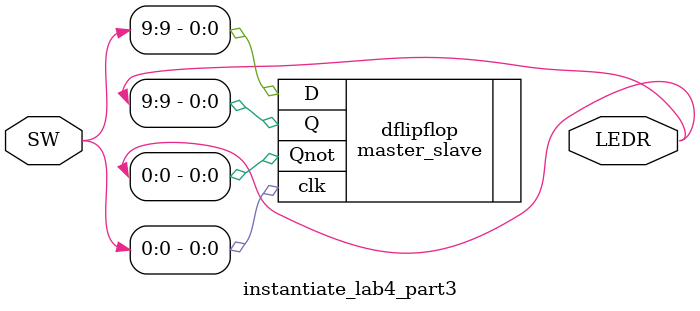
<source format=v>
module instantiate_lab4_part3(SW,LEDR);
 
	input[9:0] SW ;
	output [9:0] LEDR;

	// instantiate and connect master_slave
	master_slave dflipflop(.clk(SW[0]), .D(SW[9]), .Q(LEDR[9]), .Qnot(LEDR[0]));
endmodule
</source>
